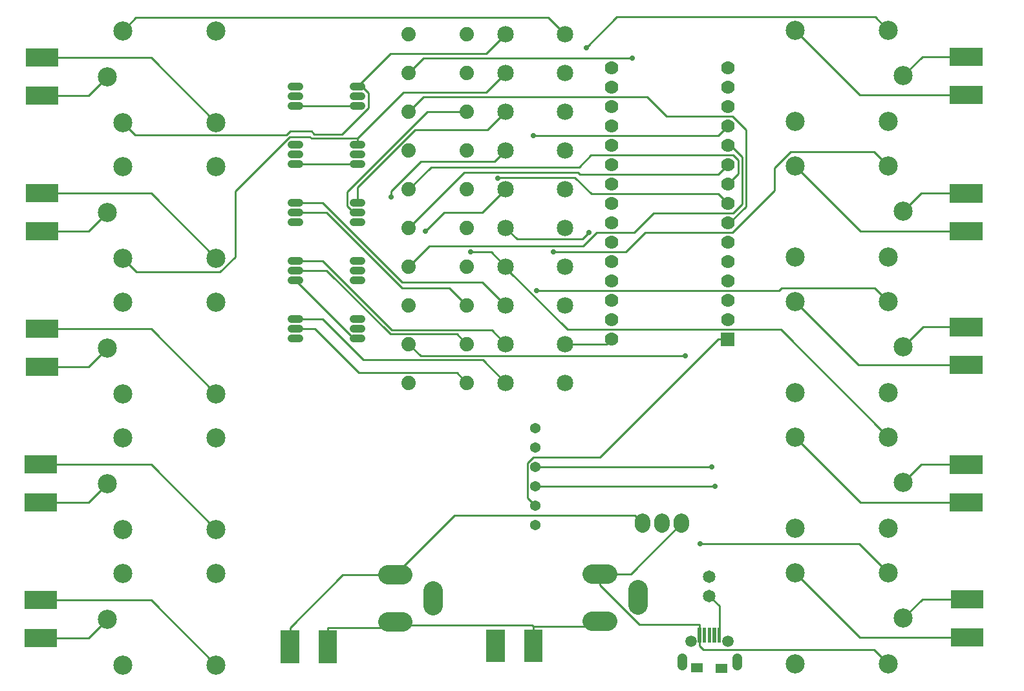
<source format=gtl>
G04 Layer: TopLayer*
G04 EasyEDA v6.1.52, Sat, 03 Aug 2019 15:20:47 GMT*
G04 0863e46d4acc4207ac88c0ed569749d1,99d799917bed4c779c6d3b41b195639e,10*
G04 Gerber Generator version 0.2*
G04 Scale: 100 percent, Rotated: No, Reflected: No *
G04 Dimensions in millimeters *
G04 leading zeros omitted , absolute positions ,3 integer and 3 decimal *
%FSLAX33Y33*%
%MOMM*%
G90*
G71D02*

%ADD11C,0.250012*%
%ADD12C,0.700024*%
%ADD14R,1.599997X1.199896*%
%ADD16C,1.778000*%
%ADD17C,1.363980*%
%ADD18C,2.499995*%
%ADD19C,1.879600*%
%ADD20C,2.159000*%
%ADD21R,4.284980X2.379980*%
%ADD23C,1.499997*%
%ADD24C,1.651000*%
%ADD25C,0.999998*%
%ADD26C,2.032000*%
%ADD27C,1.299997*%

%LPD*%
G54D11*
G01X54991Y67056D02*
G01X57881Y69946D01*
G01X77279Y69946D01*
G01X78833Y71501D01*
G01X97497Y71501D01*
G01X98145Y70853D01*
G01X98145Y69062D01*
G01X96774Y67691D01*
G01X54991Y61976D02*
G01X62224Y69209D01*
G01X77104Y69209D01*
G01X77355Y68958D01*
G01X95501Y68958D01*
G01X96774Y70231D01*
G01X96774Y72771D02*
G01X97129Y72771D01*
G01X98648Y71252D01*
G01X98648Y65087D01*
G01X97442Y63881D01*
G01X87078Y63881D01*
G01X84541Y61343D01*
G01X79598Y61343D01*
G01X77815Y59560D01*
G01X57655Y59560D01*
G01X54991Y56896D01*
G01X96774Y75311D02*
G01X95504Y74041D01*
G01X71277Y74041D01*
G01X67691Y72136D02*
G01X66215Y70660D01*
G01X56573Y70660D01*
G01X52671Y66758D01*
G01X52671Y66006D01*
G01X93151Y20589D02*
G01X113957Y20589D01*
G01X117749Y16794D01*
G01X67691Y61976D02*
G01X69148Y60518D01*
G01X77744Y60518D01*
G01X78605Y61376D01*
G01X71724Y53721D02*
G01X103436Y53721D01*
G01X103817Y54102D01*
G01X116001Y54102D01*
G01X117749Y52354D01*
G01X40132Y65278D02*
G01X43667Y65278D01*
G01X54086Y54858D01*
G01X64648Y54858D01*
G01X67691Y51816D01*
G01X73888Y58801D02*
G01X83423Y58801D01*
G01X85963Y61341D01*
G01X97373Y61341D01*
G01X102913Y66880D01*
G01X102913Y69867D01*
G01X104985Y71940D01*
G01X115943Y71940D01*
G01X117749Y70134D01*
G01X40132Y57658D02*
G01X43667Y57658D01*
G01X52771Y48557D01*
G01X65869Y48557D01*
G01X67691Y46736D01*
G01X78219Y85595D02*
G01X82242Y89618D01*
G01X116044Y89618D01*
G01X117749Y87914D01*
G01X67691Y41656D02*
G01X64668Y44678D01*
G01X49027Y44678D01*
G01X43667Y50038D01*
G01X40132Y50038D01*
G01X117749Y34574D02*
G01X103682Y48641D01*
G01X75775Y48641D01*
G01X67691Y56725D01*
G01X67691Y56896D01*
G01X67691Y56896D02*
G01X65752Y58834D01*
G01X63068Y58834D01*
G01X62611Y51816D02*
G01X60322Y54104D01*
G01X54094Y54104D01*
G01X44190Y64008D01*
G01X40132Y64008D01*
G01X71556Y30607D02*
G01X94625Y30607D01*
G01X91160Y45184D02*
G01X56542Y45184D01*
G01X54991Y46736D01*
G01X75438Y87376D02*
G01X73276Y89537D01*
G01X19253Y89537D01*
G01X17505Y87787D01*
G01X93050Y8575D02*
G01X93050Y7198D01*
G01X117749Y4795D02*
G01X115882Y6662D01*
G01X93586Y6662D01*
G01X93050Y7198D01*
G01X75438Y46736D02*
G01X80899Y46736D01*
G01X81534Y47371D01*
G01X80010Y16621D02*
G01X84058Y16621D01*
G01X90678Y23241D01*
G01X93050Y9951D02*
G01X85211Y9951D01*
G01X80010Y15153D01*
G01X80010Y16621D01*
G01X93050Y8575D02*
G01X93050Y9951D01*
G01X48260Y47498D02*
G01X47752Y47498D01*
G01X40132Y55118D01*
G01X48260Y77978D02*
G01X40132Y77978D01*
G01X48260Y70358D02*
G01X40132Y70358D01*
G01X53213Y9936D02*
G01X71094Y9936D01*
G01X71323Y9707D01*
G01X44399Y9580D02*
G01X52857Y9580D01*
G01X53213Y9936D01*
G01X53213Y9936D02*
G01X53213Y10294D01*
G01X44399Y7061D02*
G01X44399Y9580D01*
G01X71323Y7188D02*
G01X71323Y9707D01*
G01X71323Y9707D02*
G01X79296Y9707D01*
G01X80010Y10421D01*
G01X94361Y13716D02*
G01X95651Y12425D01*
G01X95651Y8575D01*
G01X48260Y65278D02*
G01X48260Y67337D01*
G01X55760Y74841D01*
G01X65316Y74841D01*
G01X67691Y77216D01*
G01X67691Y67056D02*
G01X64648Y64013D01*
G01X59623Y64013D01*
G01X57129Y61518D01*
G01X48260Y73715D02*
G01X42212Y73715D01*
G01X42019Y73908D01*
G01X39382Y73908D01*
G01X32232Y66758D01*
G01X32232Y58163D01*
G01X30269Y56202D01*
G01X19311Y56202D01*
G01X17505Y58008D01*
G01X67691Y82296D02*
G01X65151Y79756D01*
G01X54300Y79756D01*
G01X48260Y73715D01*
G01X48260Y73715D02*
G01X48260Y72898D01*
G01X96774Y47371D02*
G01X95506Y47371D01*
G01X71556Y25527D02*
G01X70492Y26588D01*
G01X70492Y31107D01*
G01X71262Y31877D01*
G01X80012Y31877D01*
G01X95506Y47371D01*
G01X71556Y28067D02*
G01X95102Y28067D01*
G01X54991Y77216D02*
G01X56896Y79121D01*
G01X86199Y79121D01*
G01X88742Y76578D01*
G01X97403Y76578D01*
G01X99151Y74830D01*
G01X99151Y64775D01*
G01X96987Y62611D01*
G01X96774Y62611D01*
G01X62611Y77216D02*
G01X57424Y77216D01*
G01X46878Y66669D01*
G01X46878Y64881D01*
G01X47752Y64008D01*
G01X48260Y64008D01*
G01X54991Y82296D02*
G01X56939Y84244D01*
G01X84228Y84244D01*
G01X66659Y68475D02*
G01X66756Y68574D01*
G01X76728Y68574D01*
G01X78882Y66421D01*
G01X95504Y66421D01*
G01X96774Y65151D01*
G01X6908Y43738D02*
G01X13017Y43738D01*
G01X15506Y46228D01*
G01X6908Y48717D02*
G01X21216Y48717D01*
G01X29705Y40228D01*
G01X6781Y25958D02*
G01X13017Y25958D01*
G01X15506Y28448D01*
G01X6781Y30937D02*
G01X21216Y30937D01*
G01X29705Y22448D01*
G01X6781Y8178D02*
G01X13017Y8178D01*
G01X15506Y10668D01*
G01X6781Y13157D02*
G01X21216Y13157D01*
G01X29705Y4668D01*
G01X128092Y13284D02*
G01X122237Y13284D01*
G01X119748Y10795D01*
G01X128092Y8305D02*
G01X114038Y8305D01*
G01X105549Y16794D01*
G01X127965Y30937D02*
G01X122110Y30937D01*
G01X119748Y28575D01*
G01X127965Y25958D02*
G01X114165Y25958D01*
G01X105549Y34574D01*
G01X127965Y48971D02*
G01X122364Y48971D01*
G01X119748Y46355D01*
G01X127965Y43992D02*
G01X113911Y43992D01*
G01X105549Y52354D01*
G01X6908Y79298D02*
G01X13017Y79298D01*
G01X15506Y81788D01*
G01X17505Y75788D02*
G01X19133Y74160D01*
G01X38922Y74160D01*
G01X39425Y74663D01*
G01X42227Y74663D01*
G01X42522Y74368D01*
G01X42522Y74218D01*
G01X46243Y74218D01*
G01X49717Y77696D01*
G01X49717Y79677D01*
G01X48879Y80518D01*
G01X48260Y80518D01*
G01X67691Y87376D02*
G01X65151Y84836D01*
G01X52578Y84836D01*
G01X48260Y80518D01*
G01X6908Y84277D02*
G01X21216Y84277D01*
G01X29705Y75788D01*
G01X6908Y61518D02*
G01X13017Y61518D01*
G01X15506Y64008D01*
G01X6908Y66497D02*
G01X21216Y66497D01*
G01X29705Y58008D01*
G01X127965Y66497D02*
G01X122110Y66497D01*
G01X119748Y64135D01*
G01X127965Y61518D02*
G01X114165Y61518D01*
G01X105549Y70134D01*
G01X62611Y46736D02*
G01X61292Y48054D01*
G01X52562Y48054D01*
G01X44226Y56388D01*
G01X40132Y56388D01*
G01X127965Y84404D02*
G01X122237Y84404D01*
G01X119748Y81915D01*
G01X127965Y79425D02*
G01X114038Y79425D01*
G01X105549Y87914D01*
G01X62611Y41656D02*
G01X61292Y42974D01*
G01X48460Y42974D01*
G01X42666Y48768D01*
G01X40132Y48768D01*
G01X53213Y16494D02*
G01X60975Y24257D01*
G01X84582Y24257D01*
G01X85598Y23241D01*
G01X39420Y9580D02*
G01X46334Y16494D01*
G01X53213Y16494D01*
G01X39420Y7061D02*
G01X39420Y9580D01*
G36*
G01X95875Y9574D02*
G01X95875Y7574D01*
G01X95425Y7574D01*
G01X95425Y9574D01*
G01X95875Y9574D01*
G37*
G36*
G01X95225Y9574D02*
G01X95225Y7574D01*
G01X94775Y7574D01*
G01X94775Y9574D01*
G01X95225Y9574D01*
G37*
G36*
G01X94575Y9574D02*
G01X94575Y7574D01*
G01X94125Y7574D01*
G01X94125Y9574D01*
G01X94575Y9574D01*
G37*
G36*
G01X93925Y9574D02*
G01X93925Y7574D01*
G01X93475Y7574D01*
G01X93475Y9574D01*
G01X93925Y9574D01*
G37*
G36*
G01X93275Y9574D02*
G01X93275Y7574D01*
G01X92825Y7574D01*
G01X92825Y9574D01*
G01X93275Y9574D01*
G37*
G54D14*
G01X95956Y4262D03*
G01X92677Y4279D03*
G36*
G01X95885Y46482D02*
G01X95885Y48260D01*
G01X97663Y48260D01*
G01X97663Y46482D01*
G01X95885Y46482D01*
G37*
G54D16*
G01X96774Y49911D03*
G01X96774Y52451D03*
G01X96774Y54991D03*
G01X96774Y57531D03*
G01X96774Y60071D03*
G01X96774Y62611D03*
G01X96774Y65151D03*
G01X96774Y67691D03*
G01X96774Y70231D03*
G01X96774Y72771D03*
G01X96774Y75311D03*
G01X96774Y77851D03*
G01X96774Y80391D03*
G01X96774Y82931D03*
G01X81534Y47371D03*
G01X81534Y49911D03*
G01X81534Y52451D03*
G01X81534Y54991D03*
G01X81534Y57531D03*
G01X81534Y60071D03*
G01X81534Y62611D03*
G01X81534Y65151D03*
G01X81534Y67691D03*
G01X81534Y70231D03*
G01X81534Y72771D03*
G01X81534Y75311D03*
G01X81534Y77851D03*
G01X81534Y80391D03*
G01X81534Y82931D03*
G54D17*
G01X71556Y30607D03*
G01X71556Y28067D03*
G01X71556Y22987D03*
G01X71556Y25527D03*
G01X71556Y35687D03*
G01X71556Y33147D03*
G54D18*
G01X15506Y46228D03*
G01X17505Y40228D03*
G01X17505Y52227D03*
G01X29705Y52227D03*
G01X29705Y40228D03*
G54D19*
G01X54991Y77216D03*
G01X62611Y77216D03*
G54D20*
G01X67691Y77216D03*
G01X75438Y77216D03*
G54D18*
G01X15506Y28448D03*
G01X17505Y22448D03*
G01X17505Y34447D03*
G01X29705Y34447D03*
G01X29705Y22448D03*
G54D19*
G01X54991Y72136D03*
G01X62611Y72136D03*
G54D20*
G01X67691Y72136D03*
G01X75438Y72136D03*
G54D18*
G01X15506Y10668D03*
G01X17505Y4668D03*
G01X17505Y16667D03*
G01X29705Y16667D03*
G01X29705Y4668D03*
G54D19*
G01X54991Y67056D03*
G01X62611Y67056D03*
G54D20*
G01X67691Y67056D03*
G01X75438Y67056D03*
G54D18*
G01X119748Y10795D03*
G01X117749Y16794D03*
G01X117749Y4795D03*
G01X105549Y4795D03*
G01X105549Y16794D03*
G54D19*
G01X54991Y61976D03*
G01X62611Y61976D03*
G54D20*
G01X67691Y61976D03*
G01X75438Y61976D03*
G54D18*
G01X119748Y28575D03*
G01X117749Y34574D03*
G01X117749Y22575D03*
G01X105549Y22575D03*
G01X105549Y34574D03*
G54D19*
G01X54991Y56896D03*
G01X62611Y56896D03*
G54D20*
G01X67691Y56896D03*
G01X75438Y56896D03*
G54D18*
G01X119748Y46355D03*
G01X117749Y52354D03*
G01X117749Y40355D03*
G01X105549Y40355D03*
G01X105549Y52354D03*
G54D19*
G01X54991Y51816D03*
G01X62611Y51816D03*
G54D20*
G01X67691Y51816D03*
G01X75438Y51816D03*
G54D21*
G01X6908Y43738D03*
G01X6908Y48717D03*
G01X6781Y25958D03*
G01X6781Y30937D03*
G01X6781Y8178D03*
G01X6781Y13157D03*
G36*
G01X130234Y12094D02*
G01X125949Y12094D01*
G01X125949Y14474D01*
G01X130234Y14474D01*
G01X130234Y12094D01*
G37*
G36*
G01X130234Y7115D02*
G01X125949Y7115D01*
G01X125949Y9495D01*
G01X130234Y9495D01*
G01X130234Y7115D01*
G37*
G36*
G01X130107Y29747D02*
G01X125822Y29747D01*
G01X125822Y32127D01*
G01X130107Y32127D01*
G01X130107Y29747D01*
G37*
G36*
G01X130107Y24768D02*
G01X125822Y24768D01*
G01X125822Y27148D01*
G01X130107Y27148D01*
G01X130107Y24768D01*
G37*
G36*
G01X130107Y47781D02*
G01X125822Y47781D01*
G01X125822Y50161D01*
G01X130107Y50161D01*
G01X130107Y47781D01*
G37*
G36*
G01X130107Y42802D02*
G01X125822Y42802D01*
G01X125822Y45182D01*
G01X130107Y45182D01*
G01X130107Y42802D01*
G37*
G54D18*
G01X15506Y81788D03*
G01X17505Y75788D03*
G01X17505Y87787D03*
G01X29705Y87787D03*
G01X29705Y75788D03*
G54D19*
G01X54991Y87376D03*
G01X62611Y87376D03*
G54D20*
G01X67691Y87376D03*
G01X75438Y87376D03*
G54D18*
G01X15506Y64008D03*
G01X17505Y58008D03*
G01X17505Y70007D03*
G01X29705Y70007D03*
G01X29705Y58008D03*
G54D19*
G01X54991Y82296D03*
G01X62611Y82296D03*
G54D20*
G01X67691Y82296D03*
G01X75438Y82296D03*
G54D18*
G01X119748Y64135D03*
G01X117749Y70134D03*
G01X117749Y58135D03*
G01X105549Y58135D03*
G01X105549Y70134D03*
G54D19*
G01X54991Y46736D03*
G01X62611Y46736D03*
G54D20*
G01X67691Y46736D03*
G01X75438Y46736D03*
G54D18*
G01X119748Y81915D03*
G01X117749Y87914D03*
G01X117749Y75915D03*
G01X105549Y75915D03*
G01X105549Y87914D03*
G54D19*
G01X54991Y41656D03*
G01X62611Y41656D03*
G54D20*
G01X67691Y41656D03*
G01X75438Y41656D03*
G54D21*
G01X6908Y79298D03*
G01X6908Y84277D03*
G01X6908Y61518D03*
G01X6908Y66497D03*
G36*
G01X130107Y65307D02*
G01X125822Y65307D01*
G01X125822Y67687D01*
G01X130107Y67687D01*
G01X130107Y65307D01*
G37*
G36*
G01X130107Y60328D02*
G01X125822Y60328D01*
G01X125822Y62708D01*
G01X130107Y62708D01*
G01X130107Y60328D01*
G37*
G36*
G01X130107Y83214D02*
G01X125822Y83214D01*
G01X125822Y85594D01*
G01X130107Y85594D01*
G01X130107Y83214D01*
G37*
G36*
G01X130107Y78235D02*
G01X125822Y78235D01*
G01X125822Y80615D01*
G01X130107Y80615D01*
G01X130107Y78235D01*
G37*
G36*
G01X40610Y9203D02*
G01X40610Y4918D01*
G01X38230Y4918D01*
G01X38230Y9203D01*
G01X40610Y9203D01*
G37*
G36*
G01X45589Y9203D02*
G01X45589Y4918D01*
G01X43209Y4918D01*
G01X43209Y9203D01*
G01X45589Y9203D01*
G37*
G36*
G01X67534Y9330D02*
G01X67534Y5045D01*
G01X65154Y5045D01*
G01X65154Y9330D01*
G01X67534Y9330D01*
G37*
G36*
G01X72513Y9330D02*
G01X72513Y5045D01*
G01X70133Y5045D01*
G01X70133Y9330D01*
G01X72513Y9330D01*
G37*
G54D23*
G01X91950Y7790D03*
G01X96791Y7790D03*
G54D24*
G01X94361Y16256D03*
G01X94361Y13716D03*
G54D12*
G01X71277Y74041D03*
G01X52671Y66006D03*
G01X93151Y20589D03*
G01X78605Y61376D03*
G01X71724Y53721D03*
G01X73888Y58801D03*
G01X78219Y85595D03*
G01X63068Y58834D03*
G01X94625Y30607D03*
G01X91160Y45184D03*
G01X57129Y61518D03*
G01X95102Y28067D03*
G01X84228Y84244D03*
G01X66659Y68475D03*
G54D25*
G01X48759Y65278D02*
G01X47760Y65278D01*
G01X48759Y64008D02*
G01X47760Y64008D01*
G01X48759Y62738D02*
G01X47760Y62738D01*
G01X48759Y57658D02*
G01X47760Y57658D01*
G01X48759Y56388D02*
G01X47760Y56388D01*
G01X48759Y55118D02*
G01X47760Y55118D01*
G01X48759Y50038D02*
G01X47760Y50038D01*
G01X48759Y48768D02*
G01X47760Y48768D01*
G01X48759Y47498D02*
G01X47760Y47498D01*
G01X40631Y80518D02*
G01X39632Y80518D01*
G01X40631Y79248D02*
G01X39632Y79248D01*
G01X40631Y77978D02*
G01X39632Y77978D01*
G01X40631Y72898D02*
G01X39632Y72898D01*
G01X40631Y71628D02*
G01X39632Y71628D01*
G01X40631Y70358D02*
G01X39632Y70358D01*
G01X40631Y65278D02*
G01X39632Y65278D01*
G01X40631Y64008D02*
G01X39632Y64008D01*
G01X40631Y62738D02*
G01X39632Y62738D01*
G01X48759Y80518D02*
G01X47760Y80518D01*
G01X48759Y79248D02*
G01X47760Y79248D01*
G01X48759Y77978D02*
G01X47760Y77978D01*
G01X48759Y72898D02*
G01X47760Y72898D01*
G01X48759Y71628D02*
G01X47760Y71628D01*
G01X48759Y70358D02*
G01X47760Y70358D01*
G01X40631Y57658D02*
G01X39632Y57658D01*
G01X40631Y56388D02*
G01X39632Y56388D01*
G01X40631Y55118D02*
G01X39632Y55118D01*
G01X40631Y50038D02*
G01X39632Y50038D01*
G01X40631Y48768D02*
G01X39632Y48768D01*
G01X40631Y47498D02*
G01X39632Y47498D01*
G54D26*
G01X88138Y23495D02*
G01X88138Y22987D01*
G01X90678Y23495D02*
G01X90678Y22987D01*
G01X85598Y23495D02*
G01X85598Y22987D01*
G54D18*
G01X58212Y12393D02*
G01X58212Y14393D01*
G01X52213Y10293D02*
G01X54212Y10293D01*
G01X52213Y16493D02*
G01X54212Y16493D01*
G01X85009Y12520D02*
G01X85009Y14520D01*
G01X79010Y10420D02*
G01X81009Y10420D01*
G01X79010Y16620D02*
G01X81009Y16620D01*
G54D27*
G01X97980Y5540D02*
G01X97980Y4640D01*
G01X90741Y5540D02*
G01X90741Y4640D01*
M00*
M02*

</source>
